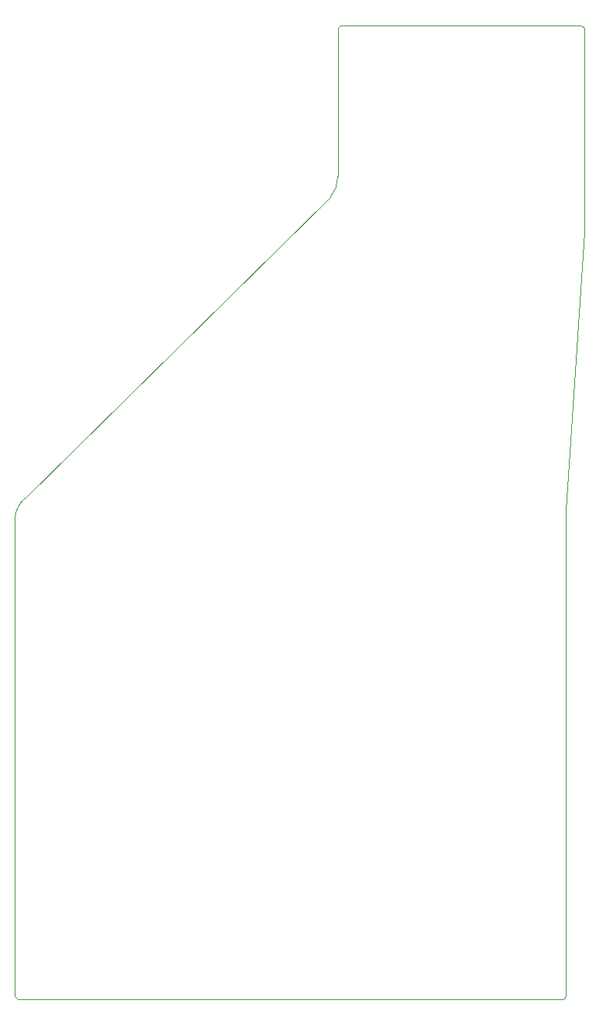
<source format=gbr>
%TF.GenerationSoftware,KiCad,Pcbnew,(6.0.10)*%
%TF.CreationDate,2023-01-23T22:05:49-08:00*%
%TF.ProjectId,Atari130MX-adapter-flexible-FFC,41746172-6931-4333-904d-582d61646170,rev?*%
%TF.SameCoordinates,Original*%
%TF.FileFunction,Profile,NP*%
%FSLAX46Y46*%
G04 Gerber Fmt 4.6, Leading zero omitted, Abs format (unit mm)*
G04 Created by KiCad (PCBNEW (6.0.10)) date 2023-01-23 22:05:49*
%MOMM*%
%LPD*%
G01*
G04 APERTURE LIST*
%TA.AperFunction,Profile*%
%ADD10C,0.100000*%
%TD*%
%TA.AperFunction,Profile*%
%ADD11C,0.120000*%
%TD*%
G04 APERTURE END LIST*
D10*
X39624000Y-80518000D02*
G75*
G03*
X38555000Y-82804000I2176651J-2410813D01*
G01*
X73152026Y-47498023D02*
G75*
G03*
X73975000Y-45212000I-2401026J2155523D01*
G01*
X99025000Y-81788000D02*
X99025000Y-132650000D01*
X101025000Y-51308000D02*
X99025000Y-81788000D01*
X101025000Y-31350000D02*
X101025000Y-51308000D01*
X73975000Y-45212000D02*
X73975000Y-31350000D01*
X39624000Y-80518000D02*
X73152000Y-47498000D01*
X38555000Y-132650000D02*
X38555000Y-82804000D01*
D11*
%TO.C,J2*%
X101025000Y-28950000D02*
X101025000Y-31350000D01*
X73975000Y-28950000D02*
X73975000Y-31350000D01*
X74275000Y-28650000D02*
X100725000Y-28650000D01*
X100725000Y-28650000D02*
X101025000Y-28950000D01*
X74275000Y-28650000D02*
X73975000Y-28950000D01*
%TO.C,J1*%
X98725000Y-135350000D02*
X99025000Y-135050000D01*
X99025000Y-135050000D02*
X99025000Y-132650000D01*
X38855000Y-135350000D02*
X98725000Y-135350000D01*
X38855000Y-135350000D02*
X38555000Y-135050000D01*
X38555000Y-135050000D02*
X38555000Y-132650000D01*
%TD*%
M02*

</source>
